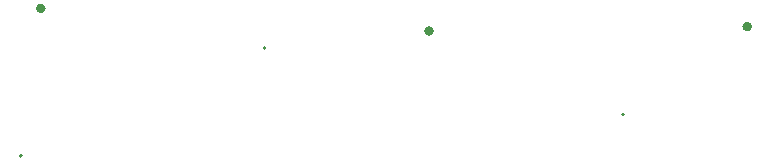
<source format=gbr>
%TF.GenerationSoftware,KiCad,Pcbnew,8.0.1*%
%TF.CreationDate,2024-03-24T20:30:25+02:00*%
%TF.ProjectId,Sensing_Subsystem,53656e73-696e-4675-9f53-756273797374,rev?*%
%TF.SameCoordinates,Original*%
%TF.FileFunction,Other,Comment*%
%FSLAX46Y46*%
G04 Gerber Fmt 4.6, Leading zero omitted, Abs format (unit mm)*
G04 Created by KiCad (PCBNEW 8.0.1) date 2024-03-24 20:30:25*
%MOMM*%
%LPD*%
G01*
G04 APERTURE LIST*
%ADD10C,0.200000*%
%ADD11C,0.400000*%
G04 APERTURE END LIST*
D10*
%TO.C,Q3*%
X172000000Y-93960000D02*
G75*
G02*
X171800000Y-93960000I-100000J0D01*
G01*
X171800000Y-93960000D02*
G75*
G02*
X172000000Y-93960000I100000J0D01*
G01*
D11*
%TO.C,U3*%
X122800000Y-84980000D02*
G75*
G02*
X122400000Y-84980000I-200000J0D01*
G01*
X122400000Y-84980000D02*
G75*
G02*
X122800000Y-84980000I200000J0D01*
G01*
D10*
%TO.C,Q2*%
X141640000Y-88350000D02*
G75*
G02*
X141440000Y-88350000I-100000J0D01*
G01*
X141440000Y-88350000D02*
G75*
G02*
X141640000Y-88350000I100000J0D01*
G01*
%TO.C,Q1*%
X121000000Y-97460000D02*
G75*
G02*
X120800000Y-97460000I-100000J0D01*
G01*
X120800000Y-97460000D02*
G75*
G02*
X121000000Y-97460000I100000J0D01*
G01*
D11*
%TO.C,U2*%
X155680000Y-86900000D02*
G75*
G02*
X155280000Y-86900000I-200000J0D01*
G01*
X155280000Y-86900000D02*
G75*
G02*
X155680000Y-86900000I200000J0D01*
G01*
%TO.C,U1*%
X182600000Y-86520000D02*
G75*
G02*
X182200000Y-86520000I-200000J0D01*
G01*
X182200000Y-86520000D02*
G75*
G02*
X182600000Y-86520000I200000J0D01*
G01*
%TD*%
M02*

</source>
